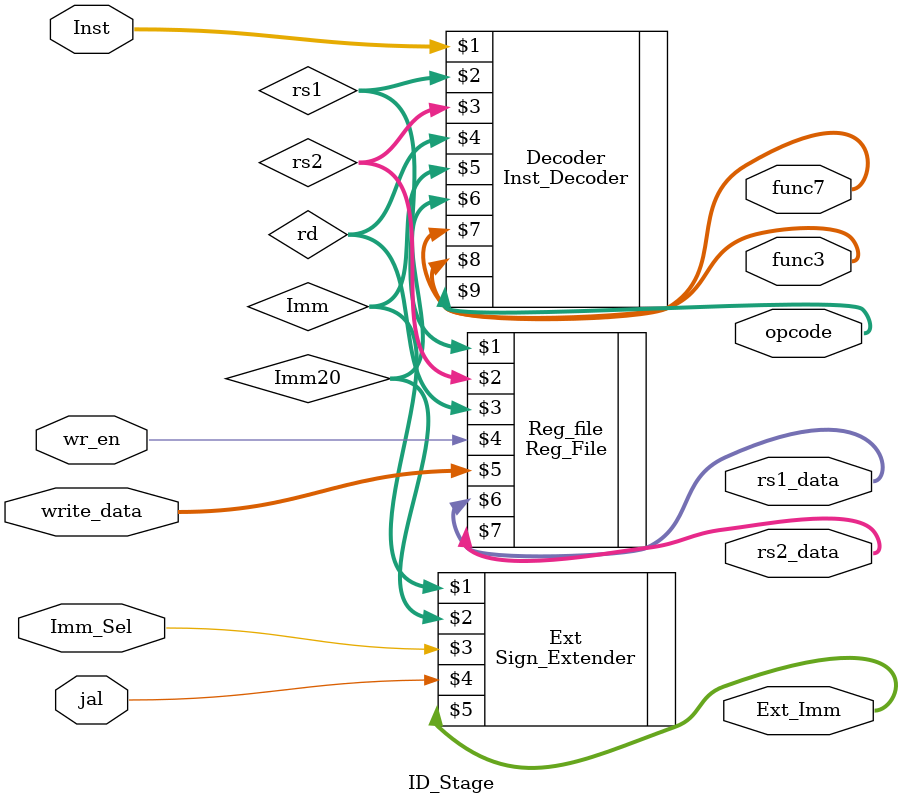
<source format=sv>
`timescale 1ns / 1ps


module ID_Stage#(parameter Inst_Size= 32) (
input logic [Inst_Size-1:0]Inst,
input logic wr_en,
input logic Imm_Sel,jal,
input logic[Inst_Size-1:0] write_data,
output logic [Inst_Size-1:0] rs1_data,rs2_data,
output logic [Inst_Size-1:0]Ext_Imm,
output logic[6:0] func7,
output logic[2:0]func3,
output logic[6:0] opcode
);

wire[4:0] rs1,rs2,rd;
wire[11:0] Imm;
wire[19:0] Imm20;

Inst_Decoder Decoder(Inst,rs1,rs2,rd,Imm,Imm20,func7,func3,opcode);
Sign_Extender #(32) Ext(Imm,Imm20,Imm_Sel,jal,Ext_Imm);
Reg_File#(32)Reg_file(rs1,rs2,rd,wr_en,write_data,rs1_data,rs2_data);

endmodule

</source>
